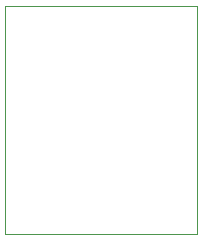
<source format=gm1>
G04 #@! TF.GenerationSoftware,KiCad,Pcbnew,(5.1.0-1419-g57928c41b)*
G04 #@! TF.CreationDate,2019-08-03T20:03:29-07:00*
G04 #@! TF.ProjectId,attiny1614,61747469-6e79-4313-9631-342e6b696361,1.2*
G04 #@! TF.SameCoordinates,Original*
G04 #@! TF.FileFunction,Profile,NP*
%FSLAX46Y46*%
G04 Gerber Fmt 4.6, Leading zero omitted, Abs format (unit mm)*
G04 Created by KiCad (PCBNEW (5.1.0-1419-g57928c41b)) date 2019-08-03 20:03:29*
%MOMM*%
%LPD*%
G04 APERTURE LIST*
%ADD10C,0.050000*%
G04 APERTURE END LIST*
D10*
X122428000Y-99568000D02*
X122428000Y-80264000D01*
X138684000Y-99568000D02*
X122428000Y-99568000D01*
X138684000Y-80264000D02*
X138684000Y-99568000D01*
X122428000Y-80264000D02*
X138684000Y-80264000D01*
M02*

</source>
